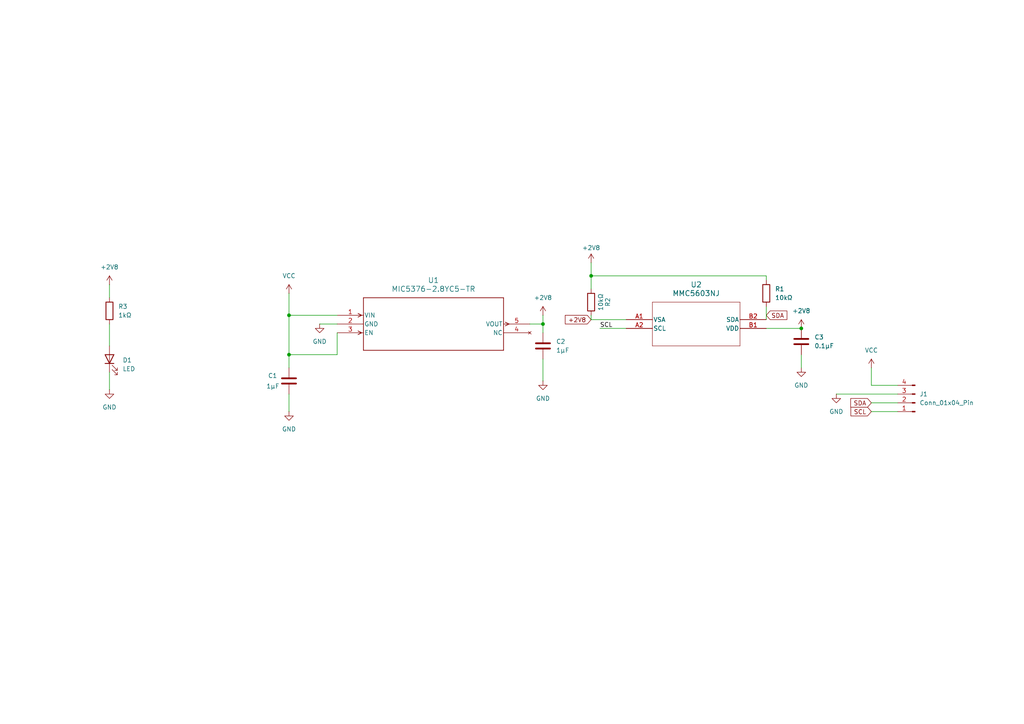
<source format=kicad_sch>
(kicad_sch (version 20250114) (generator "eeschema") (generator_version "9.0")
  (paper "A4")
  (lib_symbols
    (symbol "Conn_01x04_Pin_1" (pin_names (offset 1.016) (hide yes))
      (property "Reference" "J" (at 0 5.08 0))
      (property "Value" "Conn_01x04_Pin" (at 0 -7.62 0))
      (symbol "Conn_01x04_Pin_1_1_1"
        (rectangle (start 0.8636 2.667) (end 0 2.413) (stroke (width 0.1524)) (fill (type outline)))
        (rectangle (start 0.8636 0.127) (end 0 -0.127) (stroke (width 0.1524)) (fill (type outline)))
        (rectangle (start 0.8636 -2.413) (end 0 -2.667) (stroke (width 0.1524)) (fill (type outline)))
        (rectangle (start 0.8636 -4.953) (end 0 -5.207) (stroke (width 0.1524)) (fill (type outline)))
        (polyline (pts (xy 1.27 2.54) (xy 0.8636 2.54)) (stroke (width 0.1524)))
        (polyline (pts (xy 1.27 0) (xy 0.8636 0)) (stroke (width 0.1524)))
        (polyline (pts (xy 1.27 -2.54) (xy 0.8636 -2.54)) (stroke (width 0.1524)))
        (polyline (pts (xy 1.27 -5.08) (xy 0.8636 -5.08)) (stroke (width 0.1524)))
        (pin passive line (at 5.08 2.54 180) (length 3.81) (name "Pin_1") (number "1"))
        (pin passive line (at 5.08 0 180) (length 3.81) (name "Pin_2") (number "2"))
        (pin passive line (at 5.08 -2.54 180) (length 3.81) (name "Pin_3") (number "3"))
        (pin passive line (at 5.08 -5.08 180) (length 3.81) (name "Pin_4") (number "4"))
      )
    )
    (symbol "Device:C" (pin_numbers (hide yes)) (pin_names (offset 0.254))
      (property "Reference" "C" (at 0.635 2.54 0))
      (property "Value" "C" (at 0.635 -2.54 0))
      (symbol "C_0_1"
        (polyline (pts (xy -2.032 0.762) (xy 2.032 0.762)) (stroke (width 0.508)))
        (polyline (pts (xy -2.032 -0.762) (xy 2.032 -0.762)) (stroke (width 0.508)))
      )
      (symbol "C_1_1"
        (pin passive line (at 0 3.81 270) (length 2.794) (name "~") (number "1"))
        (pin passive line (at 0 -3.81 90) (length 2.794) (name "~") (number "2"))
      )
    )
    (symbol "Device:LED" (pin_numbers (hide yes)) (pin_names (offset 1.016) (hide yes))
      (property "Reference" "D" (at 0 2.54 0))
      (property "Value" "LED" (at 0 -2.54 0))
      (symbol "LED_0_1"
        (polyline (pts (xy -3.048 -0.762) (xy -4.572 -2.286) (xy -3.81 -2.286) (xy -4.572 -2.286) (xy -4.572 -1.524)))
        (polyline (pts (xy -1.778 -0.762) (xy -3.302 -2.286) (xy -2.54 -2.286) (xy -3.302 -2.286) (xy -3.302 -1.524)))
        (polyline (pts (xy -1.27 0) (xy 1.27 0)))
        (polyline (pts (xy -1.27 -1.27) (xy -1.27 1.27)) (stroke (width 0.254)))
        (polyline (pts (xy 1.27 -1.27) (xy 1.27 1.27) (xy -1.27 0) (xy 1.27 -1.27)) (stroke (width 0.254)))
      )
      (symbol "LED_1_1"
        (pin passive line (at -3.81 0 0) (length 2.54) (name "K") (number "1"))
        (pin passive line (at 3.81 0 180) (length 2.54) (name "A") (number "2"))
      )
    )
    (symbol "Device:R" (pin_numbers (hide yes)) (pin_names (offset 0))
      (property "Reference" "R" (at 2.032 0 90))
      (property "Value" "R" (at 0 0 90))
      (symbol "R_0_1"
        (rectangle (start -1.016 -2.54) (end 1.016 2.54) (stroke (width 0.254)))
      )
      (symbol "R_1_1"
        (pin passive line (at 0 3.81 270) (length 1.27) (name "~") (number "1"))
        (pin passive line (at 0 -3.81 90) (length 1.27) (name "~") (number "2"))
      )
    )
    (symbol "PCB_lab:MIC5376-2.8YC5-TR" (pin_names (offset 0.254))
      (property "Reference" "U1" (at 27.94 10.16 0))
      (property "Value" "MIC5376-2.8YC5-TR" (at 27.94 7.62 0))
      (symbol "MIC5376-2.8YC5-TR_0_1"
        (polyline (pts (xy 7.0993 0) (xy 6.0579 0.5207)) (stroke (width 0.2032)))
        (polyline (pts (xy 7.0993 0) (xy 6.0579 -0.5207)) (stroke (width 0.2032)))
        (polyline (pts (xy 7.0993 -5.08) (xy 6.0579 -4.5593)) (stroke (width 0.2032)))
        (polyline (pts (xy 7.0993 -5.08) (xy 6.0579 -5.6007)) (stroke (width 0.2032)))
        (polyline (pts (xy 7.62 5.08) (xy 7.62 -10.16)) (stroke (width 0.2032)))
        (polyline (pts (xy 7.62 -10.16) (xy 48.26 -10.16)) (stroke (width 0.2032)))
        (polyline (pts (xy 48.26 5.08) (xy 7.62 5.08)) (stroke (width 0.2032)))
        (polyline (pts (xy 48.26 -10.16) (xy 48.26 5.08)) (stroke (width 0.2032)))
        (polyline (pts (xy 48.7807 -2.0193) (xy 49.8221 -2.54)) (stroke (width 0.2032)))
        (polyline (pts (xy 48.7807 -3.0607) (xy 49.8221 -2.54)) (stroke (width 0.2032)))
        (pin input line (at 0 0 0) (length 7.62) (name "VIN") (number "1"))
        (pin power_in line (at 0 -2.54 0) (length 7.62) (name "GND") (number "2"))
        (pin input line (at 0 -5.08 0) (length 7.62) (name "EN") (number "3"))
        (pin no_connect line (at 55.88 -5.08 180) (length 7.62) (name "NC") (number "4"))
      )
      (symbol "MIC5376-2.8YC5-TR_1_1"
        (pin power_out line (at 55.88 -2.54 180) (length 7.62) (name "VOUT") (number "5"))
      )
    )
    (symbol "PCB_lab:MMC5603NJ" (pin_names (offset 0.254))
      (property "Reference" "U2" (at 20.32 10.16 0))
      (property "Value" "MMC5603NJ" (at 20.32 7.62 0))
      (symbol "MMC5603NJ_0_1"
        (polyline (pts (xy 7.62 5.08) (xy 7.62 -7.62)) (stroke (width 0.127)))
        (polyline (pts (xy 7.62 -7.62) (xy 33.02 -7.62)) (stroke (width 0.127)))
        (polyline (pts (xy 33.02 5.08) (xy 7.62 5.08)) (stroke (width 0.127)))
        (polyline (pts (xy 33.02 -7.62) (xy 33.02 5.08)) (stroke (width 0.127)))
      )
      (symbol "MMC5603NJ_1_1"
        (pin power_out line (at 0 0 0) (length 7.62) (name "VSA") (number "A1"))
        (pin input line (at 0 -2.54 0) (length 7.62) (name "SCL") (number "A2"))
        (pin bidirectional line (at 40.64 0 180) (length 7.62) (name "SDA") (number "B2"))
        (pin power_in line (at 40.64 -2.54 180) (length 7.62) (name "VDD") (number "B1"))
      )
    )
    (symbol "power:+2V8" (power) (pin_numbers (hide yes)) (pin_names (offset 0) (hide yes))
      (property "Value" "+2V8" (at 0 3.556 0))
      (symbol "+2V8_0_1"
        (polyline (pts (xy -0.762 1.27) (xy 0 2.54)))
        (polyline (pts (xy 0 2.54) (xy 0.762 1.27)))
        (polyline (pts (xy 0 0) (xy 0 2.54)))
      )
      (symbol "+2V8_1_1"
        (pin power_in line (at 0 0 90) (length 0) (name "~") (number "1"))
      )
    )
    (symbol "power:GND" (power) (pin_numbers (hide yes)) (pin_names (offset 0) (hide yes))
      (property "Value" "GND" (at 0 -3.81 0))
      (symbol "GND_0_1"
        (polyline (pts (xy 0 0) (xy 0 -1.27) (xy 1.27 -1.27) (xy 0 -2.54) (xy -1.27 -1.27) (xy 0 -1.27)))
      )
      (symbol "GND_1_1"
        (pin power_in line (at 0 0 270) (length 0) (name "~") (number "1"))
      )
    )
    (symbol "power:VCC" (power) (pin_numbers (hide yes)) (pin_names (offset 0) (hide yes))
      (property "Value" "VCC" (at 0 3.556 0))
      (symbol "VCC_0_1"
        (polyline (pts (xy -0.762 1.27) (xy 0 2.54)))
        (polyline (pts (xy 0 2.54) (xy 0.762 1.27)))
        (polyline (pts (xy 0 0) (xy 0 2.54)))
      )
      (symbol "VCC_1_1"
        (pin power_in line (at 0 0 90) (length 0) (name "~") (number "1"))
      )
    )
  )
  (junction (at 83.82 102.87))
  (junction (at 232.41 95.25))
  (junction (at 157.48 93.98))
  (junction (at 83.82 91.44))
  (junction (at 171.45 80.01))
  (wire (pts (xy 97.79 102.87) (xy 83.82 102.87)))
  (wire (pts (xy 171.45 91.44) (xy 171.45 92.71)))
  (wire (pts (xy 171.45 80.01) (xy 171.45 83.82)))
  (wire (pts (xy 171.45 92.71) (xy 181.61 92.71)))
  (wire (pts (xy 157.48 93.98) (xy 157.48 91.44)))
  (wire (pts (xy 153.67 93.98) (xy 157.48 93.98)))
  (wire (pts (xy 83.82 91.44) (xy 83.82 102.87)))
  (wire (pts (xy 222.25 95.25) (xy 232.41 95.25)))
  (wire (pts (xy 222.25 88.9) (xy 222.25 92.71)))
  (wire (pts (xy 171.45 76.2) (xy 171.45 80.01)))
  (wire (pts (xy 252.73 106.68) (xy 252.73 111.76)))
  (wire (pts (xy 31.75 82.55) (xy 31.75 86.36)))
  (wire (pts (xy 157.48 104.14) (xy 157.48 110.49)))
  (wire (pts (xy 242.57 114.3) (xy 260.35 114.3)))
  (wire (pts (xy 232.41 102.87) (xy 232.41 106.68)))
  (wire (pts (xy 31.75 93.98) (xy 31.75 100.33)))
  (wire (pts (xy 252.73 116.84) (xy 260.35 116.84)))
  (wire (pts (xy 83.82 114.3) (xy 83.82 119.38)))
  (wire (pts (xy 97.79 96.52) (xy 97.79 102.87)))
  (wire (pts (xy 83.82 91.44) (xy 97.79 91.44)))
  (wire (pts (xy 252.73 119.38) (xy 260.35 119.38)))
  (wire (pts (xy 173.99 95.25) (xy 181.61 95.25)))
  (wire (pts (xy 83.82 102.87) (xy 83.82 106.68)))
  (wire (pts (xy 83.82 85.09) (xy 83.82 91.44)))
  (wire (pts (xy 222.25 81.28) (xy 222.25 80.01)))
  (wire (pts (xy 31.75 107.95) (xy 31.75 113.03)))
  (wire (pts (xy 92.71 93.98) (xy 97.79 93.98)))
  (wire (pts (xy 157.48 93.98) (xy 157.48 96.52)))
  (wire (pts (xy 222.25 80.01) (xy 171.45 80.01)))
  (wire (pts (xy 252.73 111.76) (xy 260.35 111.76)))
  (label "" (at 173.99 95.25 0))
  (label "SCL" (at 173.99 95.25 0))
  (global_label "SDA" (shape input) (at 252.73 116.84 180) (property "Intersheetrefs" "${INTERSHEET_REFS}" (effects (hide yes))))
  (global_label "SDA" (shape input) (at 222.25 91.44 0) (property "Intersheetrefs" "${INTERSHEET_REFS}" (effects (hide yes))))
  (global_label "+2V8" (shape input) (at 171.45 92.71 180) (property "Intersheetrefs" "${INTERSHEET_REFS}" (effects (hide yes))))
  (global_label "SCL" (shape input) (at 252.73 119.38 180) (property "Intersheetrefs" "${INTERSHEET_REFS}" (effects (hide yes))))
  (symbol (lib_id "power:GND") (at 92.71 93.98 0) (unit 1)
    (property "Reference" "#PWR02" (effects (hide yes)))
    (property "Value" "GND" (at 92.71 99.06 0))
    (property "Description" "Power symbol creates a global label with name \"GND\" , ground" (effects (hide yes)))
  )
  (symbol (lib_id "PCB_lab:MMC5603NJ") (at 181.61 92.71 0) (unit 1)
    (property "Reference" "U2" (at 201.93 82.55 0) (effects (font (size 1.524 1.524))))
    (property "Value" "MMC5603NJ" (at 201.93 85.09 0) (effects (font (size 1.524 1.524))))
    (property "Footprint" "Library:WLP4_0P82X0P82_MEM-L" (effects (hide yes)))
    (property "Datasheet" "MMC5603NJ" (effects (hide yes)))
  )
  (symbol (lib_id "Device:C") (at 232.41 99.06 0) (unit 1)
    (property "Reference" "C3" (at 236.22 97.7899 0) (effects (justify left)))
    (property "Value" "0.1μF" (at 236.22 100.3299 0) (effects (justify left)))
    (property "Footprint" "Capacitor_SMD:C_0805_2012Metric_Pad1.18x1.45mm_HandSolder" (effects (hide yes)))
    (property "Description" "Unpolarized capacitor" (effects (hide yes)))
  )
  (symbol (lib_id "Device:R") (at 222.25 85.09 0) (unit 1)
    (property "Reference" "R1" (at 224.79 83.8199 0) (effects (justify left)))
    (property "Value" "10kΩ" (at 224.79 86.3599 0) (effects (justify left)))
    (property "Footprint" "Resistor_SMD:R_0805_2012Metric_Pad1.20x1.40mm_HandSolder" (effects (hide yes)))
    (property "Description" "Resistor" (effects (hide yes)))
  )
  (symbol (lib_id "power:+2V8") (at 157.48 91.44 0) (unit 1)
    (property "Reference" "#PWR03" (effects (hide yes)))
    (property "Value" "+2V8" (at 157.48 86.36 0))
    (property "Description" "Power symbol creates a global label with name \"+2V8\"" (effects (hide yes)))
  )
  (symbol (lib_name "Conn_01x04_Pin_1") (lib_id "Connector:Conn_01x04_Pin") (at 265.43 116.84 180) (unit 1)
    (property "Reference" "J1" (at 266.7 114.2999 0) (effects (justify right)))
    (property "Value" "Conn_01x04_Pin" (at 266.7 116.8399 0) (effects (justify right)))
    (property "Footprint" "Connector_PinHeader_2.54mm:PinHeader_1x04_P2.54mm_Vertical" (effects (hide yes)))
    (property "Description" "Generic connector, single row, 01x04, script generated" (effects (hide yes)))
  )
  (symbol (lib_id "power:GND") (at 242.57 114.3 0) (unit 1)
    (property "Reference" "#PWR014" (effects (hide yes)))
    (property "Value" "GND" (at 242.57 119.38 0))
    (property "Description" "Power symbol creates a global label with name \"GND\" , ground" (effects (hide yes)))
  )
  (symbol (lib_id "power:+2V8") (at 232.41 95.25 0) (unit 1)
    (property "Reference" "#PWR06" (effects (hide yes)))
    (property "Value" "+2V8" (at 232.41 90.17 0))
    (property "Description" "Power symbol creates a global label with name \"+2V8\"" (effects (hide yes)))
  )
  (symbol (lib_id "power:GND") (at 157.48 110.49 0) (unit 1)
    (property "Reference" "#PWR05" (effects (hide yes)))
    (property "Value" "GND" (at 157.48 115.57 0))
    (property "Description" "Power symbol creates a global label with name \"GND\" , ground" (effects (hide yes)))
  )
  (symbol (lib_id "Device:LED") (at 31.75 104.14 90) (unit 1)
    (property "Reference" "D1" (at 35.56 104.4574 90) (effects (justify right)))
    (property "Value" "LED" (at 35.56 106.9974 90) (effects (justify right)))
    (property "Footprint" "LED_SMD:LED_0805_2012Metric_Pad1.15x1.40mm_HandSolder" (effects (hide yes)))
    (property "Description" "Light emitting diode" (effects (hide yes)))
    (property "Sim.Pins" "1=K 2=A" (effects (hide yes)))
  )
  (symbol (lib_id "power:VCC") (at 252.73 106.68 0) (unit 1)
    (property "Reference" "#PWR013" (effects (hide yes)))
    (property "Value" "VCC" (at 252.73 101.6 0))
    (property "Description" "Power symbol creates a global label with name \"VCC\"" (effects (hide yes)))
  )
  (symbol (lib_id "power:+2V8") (at 31.75 82.55 0) (unit 1)
    (property "Reference" "#PWR08" (effects (hide yes)))
    (property "Value" "+2V8" (at 31.75 77.47 0))
    (property "Description" "Power symbol creates a global label with name \"+2V8\"" (effects (hide yes)))
  )
  (symbol (lib_id "power:VCC") (at 83.82 85.09 0) (unit 1)
    (property "Reference" "#PWR01" (effects (hide yes)))
    (property "Value" "VCC" (at 83.82 80.01 0))
    (property "Description" "Power symbol creates a global label with name \"VCC\"" (effects (hide yes)))
  )
  (symbol (lib_id "Device:C") (at 157.48 100.33 0) (unit 1)
    (property "Reference" "C2" (at 161.29 99.0599 0) (effects (justify left)))
    (property "Value" "1μF" (at 161.29 101.5999 0) (effects (justify left)))
    (property "Footprint" "Capacitor_SMD:C_0805_2012Metric_Pad1.18x1.45mm_HandSolder" (effects (hide yes)))
    (property "Description" "Unpolarized capacitor" (effects (hide yes)))
  )
  (symbol (lib_id "Device:C") (at 83.82 110.49 0) (unit 1)
    (property "Reference" "C1" (at 77.724 108.966 0) (effects (justify left)))
    (property "Value" "1μF" (at 77.216 112.014 0) (effects (justify left)))
    (property "Footprint" "Capacitor_SMD:C_0805_2012Metric_Pad1.18x1.45mm_HandSolder" (effects (hide yes)))
    (property "Description" "Unpolarized capacitor" (effects (hide yes)))
  )
  (symbol (lib_id "Device:R") (at 171.45 87.63 180) (unit 1)
    (property "Reference" "R2" (at 176.276 87.63 90))
    (property "Value" "10kΩ" (at 174.244 87.63 90))
    (property "Footprint" "Resistor_SMD:R_0805_2012Metric_Pad1.20x1.40mm_HandSolder" (effects (hide yes)))
    (property "Description" "Resistor" (effects (hide yes)))
  )
  (symbol (lib_id "PCB_lab:MIC5376-2.8YC5-TR") (at 97.79 91.44 0) (unit 1)
    (property "Reference" "U1" (at 125.73 81.28 0) (effects (font (size 1.524 1.524))))
    (property "Value" "MIC5376-2.8YC5-TR" (at 125.73 83.82 0) (effects (font (size 1.524 1.524))))
    (property "Footprint" "Library:SC-70_C5_MCH-L" (effects (hide yes)))
    (property "Datasheet" "MIC5376-2.8YC5-TR" (effects (hide yes)))
  )
  (symbol (lib_id "Device:R") (at 31.75 90.17 0) (unit 1)
    (property "Reference" "R3" (at 34.29 88.8999 0) (effects (justify left)))
    (property "Value" "1kΩ" (at 34.29 91.4399 0) (effects (justify left)))
    (property "Footprint" "Resistor_SMD:R_0805_2012Metric_Pad1.20x1.40mm_HandSolder" (effects (hide yes)))
    (property "Description" "Resistor" (effects (hide yes)))
  )
  (symbol (lib_id "power:GND") (at 31.75 113.03 0) (unit 1)
    (property "Reference" "#PWR09" (effects (hide yes)))
    (property "Value" "GND" (at 31.75 118.11 0))
    (property "Description" "Power symbol creates a global label with name \"GND\" , ground" (effects (hide yes)))
  )
  (symbol (lib_id "power:+2V8") (at 171.45 76.2 0) (unit 1)
    (property "Reference" "#PWR07" (effects (hide yes)))
    (property "Value" "+2V8" (at 171.45 71.882 0))
    (property "Description" "Power symbol creates a global label with name \"+2V8\"" (effects (hide yes)))
  )
  (symbol (lib_id "power:GND") (at 83.82 119.38 0) (unit 1)
    (property "Reference" "#PWR04" (effects (hide yes)))
    (property "Value" "GND" (at 83.82 124.46 0))
    (property "Description" "Power symbol creates a global label with name \"GND\" , ground" (effects (hide yes)))
  )
  (symbol (lib_id "power:GND") (at 232.41 106.68 0) (unit 1)
    (property "Reference" "#PWR012" (effects (hide yes)))
    (property "Value" "GND" (at 232.41 111.76 0))
    (property "Description" "Power symbol creates a global label with name \"GND\" , ground" (effects (hide yes)))
  )
)
</source>
